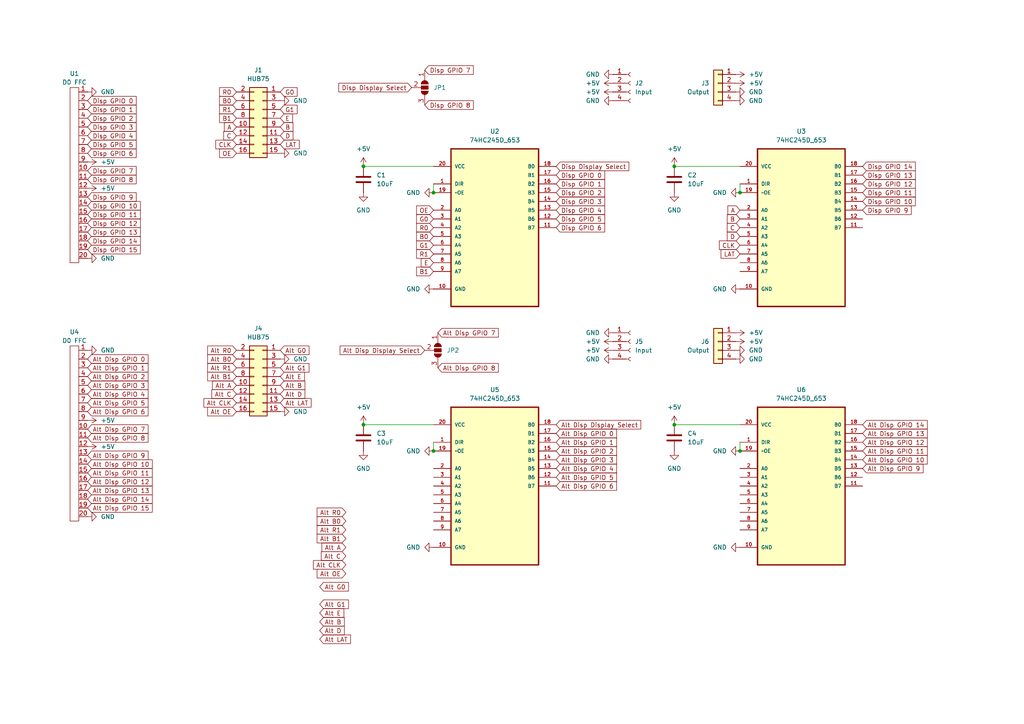
<source format=kicad_sch>
(kicad_sch (version 20250114) (generator "eeschema") (generator_version "9.0")
  (paper "A4")
  (lib_symbols
    (symbol "74HC245:74HC245D_653" (pin_names (offset 1.016))
      (property "Reference" "U" (at -5.2668 23.0009 0))
      (property "Value" "74HC245D_653" (at -3.5598 -29.597 0))
      (symbol "74HC245D_653_0_0"
        (rectangle (start -12.7 -25.4) (end 12.7 20.32) (stroke (width 0.4064)) (fill (type background)))
        (pin power_in line (at -17.78 15.24 0) (length 5.08) (name "VCC") (number "20"))
        (pin input line (at -17.78 10.16 0) (length 5.08) (name "DIR") (number "1"))
        (pin input line (at -17.78 7.62 0) (length 5.08) (name "~OE") (number "19"))
        (pin bidirectional line (at -17.78 2.54 0) (length 5.08) (name "A0") (number "2"))
        (pin bidirectional line (at -17.78 0 0) (length 5.08) (name "A1") (number "3"))
        (pin bidirectional line (at -17.78 -2.54 0) (length 5.08) (name "A2") (number "4"))
        (pin bidirectional line (at -17.78 -5.08 0) (length 5.08) (name "A3") (number "5"))
        (pin bidirectional line (at -17.78 -7.62 0) (length 5.08) (name "A4") (number "6"))
        (pin bidirectional line (at -17.78 -10.16 0) (length 5.08) (name "A5") (number "7"))
        (pin bidirectional line (at -17.78 -12.7 0) (length 5.08) (name "A6") (number "8"))
        (pin bidirectional line (at -17.78 -15.24 0) (length 5.08) (name "A7") (number "9"))
        (pin passive line (at -17.78 -20.32 0) (length 5.08) (name "GND") (number "10"))
        (pin bidirectional line (at 17.78 15.24 180) (length 5.08) (name "B0") (number "18"))
        (pin bidirectional line (at 17.78 12.7 180) (length 5.08) (name "B1") (number "17"))
        (pin bidirectional line (at 17.78 10.16 180) (length 5.08) (name "B2") (number "16"))
        (pin bidirectional line (at 17.78 7.62 180) (length 5.08) (name "B3") (number "15"))
        (pin bidirectional line (at 17.78 5.08 180) (length 5.08) (name "B4") (number "14"))
        (pin bidirectional line (at 17.78 2.54 180) (length 5.08) (name "B5") (number "13"))
        (pin bidirectional line (at 17.78 0 180) (length 5.08) (name "B6") (number "12"))
        (pin bidirectional line (at 17.78 -2.54 180) (length 5.08) (name "B7") (number "11"))
      )
    )
    (symbol "Connector:Conn_01x04_Socket" (pin_names (offset 1.016) (hide yes))
      (property "Reference" "J" (at 0 5.08 0))
      (property "Value" "Conn_01x04_Socket" (at 0 -7.62 0))
      (symbol "Conn_01x04_Socket_1_1"
        (polyline (pts (xy -1.27 2.54) (xy -0.508 2.54)) (stroke (width 0.1524)))
        (polyline (pts (xy -1.27 0) (xy -0.508 0)) (stroke (width 0.1524)))
        (polyline (pts (xy -1.27 -2.54) (xy -0.508 -2.54)) (stroke (width 0.1524)))
        (polyline (pts (xy -1.27 -5.08) (xy -0.508 -5.08)) (stroke (width 0.1524)))
        (arc (start 0 2.032) (mid -0.5058 2.54) (end 0 3.048) (stroke (width 0.1524)))
        (arc (start 0 -0.508) (mid -0.5058 0) (end 0 0.508) (stroke (width 0.1524)))
        (arc (start 0 -3.048) (mid -0.5058 -2.54) (end 0 -2.032) (stroke (width 0.1524)))
        (arc (start 0 -5.588) (mid -0.5058 -5.08) (end 0 -4.572) (stroke (width 0.1524)))
        (pin passive line (at -5.08 2.54 0) (length 3.81) (name "Pin_1") (number "1"))
        (pin passive line (at -5.08 0 0) (length 3.81) (name "Pin_2") (number "2"))
        (pin passive line (at -5.08 -2.54 0) (length 3.81) (name "Pin_3") (number "3"))
        (pin passive line (at -5.08 -5.08 0) (length 3.81) (name "Pin_4") (number "4"))
      )
    )
    (symbol "Connector_Generic:Conn_01x04" (pin_names (offset 1.016) (hide yes))
      (property "Reference" "J" (at 0 5.08 0))
      (property "Value" "Conn_01x04" (at 0 -7.62 0))
      (symbol "Conn_01x04_1_1"
        (rectangle (start -1.27 3.81) (end 1.27 -6.35) (stroke (width 0.254)) (fill (type background)))
        (rectangle (start -1.27 2.667) (end 0 2.413) (stroke (width 0.1524)))
        (rectangle (start -1.27 0.127) (end 0 -0.127) (stroke (width 0.1524)))
        (rectangle (start -1.27 -2.413) (end 0 -2.667) (stroke (width 0.1524)))
        (rectangle (start -1.27 -4.953) (end 0 -5.207) (stroke (width 0.1524)))
        (pin passive line (at -5.08 2.54 0) (length 3.81) (name "Pin_1") (number "1"))
        (pin passive line (at -5.08 0 0) (length 3.81) (name "Pin_2") (number "2"))
        (pin passive line (at -5.08 -2.54 0) (length 3.81) (name "Pin_3") (number "3"))
        (pin passive line (at -5.08 -5.08 0) (length 3.81) (name "Pin_4") (number "4"))
      )
    )
    (symbol "Connector_Generic:Conn_02x08_Odd_Even" (pin_names (offset 1.016) (hide yes))
      (property "Reference" "J" (at 1.27 10.16 0))
      (property "Value" "Conn_02x08_Odd_Even" (at 1.27 -12.7 0))
      (symbol "Conn_02x08_Odd_Even_1_1"
        (rectangle (start -1.27 8.89) (end 3.81 -11.43) (stroke (width 0.254)) (fill (type background)))
        (rectangle (start -1.27 7.747) (end 0 7.493) (stroke (width 0.1524)))
        (rectangle (start -1.27 5.207) (end 0 4.953) (stroke (width 0.1524)))
        (rectangle (start -1.27 2.667) (end 0 2.413) (stroke (width 0.1524)))
        (rectangle (start -1.27 0.127) (end 0 -0.127) (stroke (width 0.1524)))
        (rectangle (start -1.27 -2.413) (end 0 -2.667) (stroke (width 0.1524)))
        (rectangle (start -1.27 -4.953) (end 0 -5.207) (stroke (width 0.1524)))
        (rectangle (start -1.27 -7.493) (end 0 -7.747) (stroke (width 0.1524)))
        (rectangle (start -1.27 -10.033) (end 0 -10.287) (stroke (width 0.1524)))
        (rectangle (start 3.81 7.747) (end 2.54 7.493) (stroke (width 0.1524)))
        (rectangle (start 3.81 5.207) (end 2.54 4.953) (stroke (width 0.1524)))
        (rectangle (start 3.81 2.667) (end 2.54 2.413) (stroke (width 0.1524)))
        (rectangle (start 3.81 0.127) (end 2.54 -0.127) (stroke (width 0.1524)))
        (rectangle (start 3.81 -2.413) (end 2.54 -2.667) (stroke (width 0.1524)))
        (rectangle (start 3.81 -4.953) (end 2.54 -5.207) (stroke (width 0.1524)))
        (rectangle (start 3.81 -7.493) (end 2.54 -7.747) (stroke (width 0.1524)))
        (rectangle (start 3.81 -10.033) (end 2.54 -10.287) (stroke (width 0.1524)))
        (pin passive line (at -5.08 7.62 0) (length 3.81) (name "Pin_1") (number "1"))
        (pin passive line (at -5.08 5.08 0) (length 3.81) (name "Pin_3") (number "3"))
        (pin passive line (at -5.08 2.54 0) (length 3.81) (name "Pin_5") (number "5"))
        (pin passive line (at -5.08 0 0) (length 3.81) (name "Pin_7") (number "7"))
        (pin passive line (at -5.08 -2.54 0) (length 3.81) (name "Pin_9") (number "9"))
        (pin passive line (at -5.08 -5.08 0) (length 3.81) (name "Pin_11") (number "11"))
        (pin passive line (at -5.08 -7.62 0) (length 3.81) (name "Pin_13") (number "13"))
        (pin passive line (at -5.08 -10.16 0) (length 3.81) (name "Pin_15") (number "15"))
        (pin passive line (at 7.62 7.62 180) (length 3.81) (name "Pin_2") (number "2"))
        (pin passive line (at 7.62 5.08 180) (length 3.81) (name "Pin_4") (number "4"))
        (pin passive line (at 7.62 2.54 180) (length 3.81) (name "Pin_6") (number "6"))
        (pin passive line (at 7.62 0 180) (length 3.81) (name "Pin_8") (number "8"))
        (pin passive line (at 7.62 -2.54 180) (length 3.81) (name "Pin_10") (number "10"))
        (pin passive line (at 7.62 -5.08 180) (length 3.81) (name "Pin_12") (number "12"))
        (pin passive line (at 7.62 -7.62 180) (length 3.81) (name "Pin_14") (number "14"))
        (pin passive line (at 7.62 -10.16 180) (length 3.81) (name "Pin_16") (number "16"))
      )
    )
    (symbol "Device:C" (pin_numbers (hide yes)) (pin_names (offset 0.254))
      (property "Reference" "C" (at 0.635 2.54 0))
      (property "Value" "C" (at 0.635 -2.54 0))
      (symbol "C_0_1"
        (polyline (pts (xy -2.032 0.762) (xy 2.032 0.762)) (stroke (width 0.508)))
        (polyline (pts (xy -2.032 -0.762) (xy 2.032 -0.762)) (stroke (width 0.508)))
      )
      (symbol "C_1_1"
        (pin passive line (at 0 3.81 270) (length 2.794) (name "~") (number "1"))
        (pin passive line (at 0 -3.81 90) (length 2.794) (name "~") (number "2"))
      )
    )
    (symbol "FFC:FFC-20"
      (property "Reference" "U" (at 0 26.924 0))
      (symbol "FFC-20_0_1"
        (rectangle (start -1.27 25.4) (end 1.27 -25.4))
      )
      (symbol "FFC-20_1_1"
        (pin input line (at 3.81 24.13 180) (length 2.54) (name "") (number "1"))
        (pin input line (at 3.81 21.59 180) (length 2.54) (name "") (number "2"))
        (pin input line (at 3.81 19.05 180) (length 2.54) (name "") (number "3"))
        (pin input line (at 3.81 16.51 180) (length 2.54) (name "") (number "4"))
        (pin input line (at 3.81 13.97 180) (length 2.54) (name "") (number "5"))
        (pin input line (at 3.81 11.43 180) (length 2.54) (name "") (number "6"))
        (pin input line (at 3.81 8.89 180) (length 2.54) (name "") (number "7"))
        (pin input line (at 3.81 6.35 180) (length 2.54) (name "") (number "8"))
        (pin input line (at 3.81 3.81 180) (length 2.54) (name "") (number "9"))
        (pin input line (at 3.81 1.27 180) (length 2.54) (name "") (number "10"))
        (pin input line (at 3.81 -1.27 180) (length 2.54) (name "") (number "11"))
        (pin input line (at 3.81 -3.81 180) (length 2.54) (name "") (number "12"))
        (pin input line (at 3.81 -6.35 180) (length 2.54) (name "") (number "13"))
        (pin input line (at 3.81 -8.89 180) (length 2.54) (name "") (number "14"))
        (pin input line (at 3.81 -11.43 180) (length 2.54) (name "") (number "15"))
        (pin input line (at 3.81 -13.97 180) (length 2.54) (name "") (number "16"))
        (pin input line (at 3.81 -16.51 180) (length 2.54) (name "") (number "17"))
        (pin input line (at 3.81 -19.05 180) (length 2.54) (name "") (number "18"))
        (pin input line (at 3.81 -21.59 180) (length 2.54) (name "") (number "19"))
        (pin input line (at 3.81 -24.13 180) (length 2.54) (name "") (number "20"))
      )
    )
    (symbol "Jumper:SolderJumper_3_Open" (pin_names (offset 0) (hide yes)) (in_bom no)
      (property "Reference" "JP" (at -2.54 -2.54 0))
      (property "Value" "SolderJumper_3_Open" (at 0 2.794 0))
      (symbol "SolderJumper_3_Open_0_1"
        (polyline (pts (xy -2.54 0) (xy -2.032 0)))
        (polyline (pts (xy -1.016 1.016) (xy -1.016 -1.016)))
        (arc (start -1.016 -1.016) (mid -2.0276 0) (end -1.016 1.016))
        (arc (start -1.016 -1.016) (mid -2.0276 0) (end -1.016 1.016) (fill (type outline)))
        (rectangle (start -0.508 1.016) (end 0.508 -1.016) (fill (type outline)))
        (polyline (pts (xy 0 -1.27) (xy 0 -1.016)))
        (arc (start 1.016 1.016) (mid 2.0276 0) (end 1.016 -1.016))
        (arc (start 1.016 1.016) (mid 2.0276 0) (end 1.016 -1.016) (fill (type outline)))
        (polyline (pts (xy 1.016 1.016) (xy 1.016 -1.016)))
        (polyline (pts (xy 2.54 0) (xy 2.032 0)))
      )
      (symbol "SolderJumper_3_Open_1_1"
        (pin passive line (at -5.08 0 0) (length 2.54) (name "A") (number "1"))
        (pin passive line (at 0 -3.81 90) (length 2.54) (name "C") (number "2"))
        (pin passive line (at 5.08 0 180) (length 2.54) (name "B") (number "3"))
      )
    )
    (symbol "power:+5V" (power) (pin_numbers (hide yes)) (pin_names (offset 0) (hide yes))
      (property "Value" "+5V" (at 0 3.556 0))
      (symbol "+5V_0_1"
        (polyline (pts (xy -0.762 1.27) (xy 0 2.54)))
        (polyline (pts (xy 0 2.54) (xy 0.762 1.27)))
        (polyline (pts (xy 0 0) (xy 0 2.54)))
      )
      (symbol "+5V_1_1"
        (pin power_in line (at 0 0 90) (length 0) (name "~") (number "1"))
      )
    )
    (symbol "power:GND" (power) (pin_numbers (hide yes)) (pin_names (offset 0) (hide yes))
      (property "Value" "GND" (at 0 -3.81 0))
      (symbol "GND_0_1"
        (polyline (pts (xy 0 0) (xy 0 -1.27) (xy 1.27 -1.27) (xy 0 -2.54) (xy -1.27 -1.27) (xy 0 -1.27)))
      )
      (symbol "GND_1_1"
        (pin power_in line (at 0 0 270) (length 0) (name "~") (number "1"))
      )
    )
  )
  (junction (at 125.73 130.81))
  (junction (at 195.58 123.19))
  (junction (at 105.41 123.19))
  (junction (at 214.63 130.81))
  (junction (at 105.41 48.26))
  (junction (at 125.73 55.88))
  (junction (at 195.58 48.26))
  (junction (at 214.63 55.88))
  (wire (pts (xy 195.58 123.19) (xy 214.63 123.19)))
  (wire (pts (xy 105.41 123.19) (xy 125.73 123.19)))
  (wire (pts (xy 214.63 53.34) (xy 214.63 55.88)))
  (wire (pts (xy 195.58 48.26) (xy 214.63 48.26)))
  (wire (pts (xy 125.73 128.27) (xy 125.73 130.81)))
  (wire (pts (xy 125.73 53.34) (xy 125.73 55.88)))
  (wire (pts (xy 105.41 48.26) (xy 125.73 48.26)))
  (wire (pts (xy 214.63 128.27) (xy 214.63 130.81)))
  (global_label "Alt R1" (shape input) (at 100.33 153.67 180) (property "Intersheetrefs" "${INTERSHEET_REFS}" (effects (hide yes))))
  (global_label "Alt Disp GPIO 9" (shape input) (at 250.19 135.89 0) (property "Intersheetrefs" "${INTERSHEET_REFS}" (effects (hide yes))))
  (global_label "Alt Disp GPIO 5" (shape input) (at 161.29 138.43 0) (property "Intersheetrefs" "${INTERSHEET_REFS}" (effects (hide yes))))
  (global_label "Disp GPIO 1" (shape input) (at 25.4 31.75 0) (property "Intersheetrefs" "${INTERSHEET_REFS}" (effects (hide yes))))
  (global_label "Alt Disp GPIO 4" (shape input) (at 161.29 135.89 0) (property "Intersheetrefs" "${INTERSHEET_REFS}" (effects (hide yes))))
  (global_label "G1" (shape input) (at 81.28 31.75 0) (property "Intersheetrefs" "${INTERSHEET_REFS}" (effects (hide yes))))
  (global_label "Alt G0" (shape input) (at 92.71 170.18 0) (property "Intersheetrefs" "${INTERSHEET_REFS}" (effects (hide yes))))
  (global_label "Alt Disp GPIO 7" (shape input) (at 25.4 124.46 0) (property "Intersheetrefs" "${INTERSHEET_REFS}" (effects (hide yes))))
  (global_label "Alt Disp GPIO 7" (shape input) (at 127 96.52 0) (property "Intersheetrefs" "${INTERSHEET_REFS}" (effects (hide yes))))
  (global_label "Disp GPIO 13" (shape input) (at 250.19 50.8 0) (property "Intersheetrefs" "${INTERSHEET_REFS}" (effects (hide yes))))
  (global_label "Alt A" (shape input) (at 68.58 111.76 180) (property "Intersheetrefs" "${INTERSHEET_REFS}" (effects (hide yes))))
  (global_label "Alt Disp GPIO 4" (shape input) (at 25.4 114.3 0) (property "Intersheetrefs" "${INTERSHEET_REFS}" (effects (hide yes))))
  (global_label "C" (shape input) (at 68.58 39.37 180) (property "Intersheetrefs" "${INTERSHEET_REFS}" (effects (hide yes))))
  (global_label "Alt B0" (shape input) (at 68.58 104.14 180) (property "Intersheetrefs" "${INTERSHEET_REFS}" (effects (hide yes))))
  (global_label "Alt Disp GPIO 10" (shape input) (at 250.19 133.35 0) (property "Intersheetrefs" "${INTERSHEET_REFS}" (effects (hide yes))))
  (global_label "Alt Disp GPIO 1" (shape input) (at 25.4 106.68 0) (property "Intersheetrefs" "${INTERSHEET_REFS}" (effects (hide yes))))
  (global_label "Disp GPIO 6" (shape input) (at 25.4 44.45 0) (property "Intersheetrefs" "${INTERSHEET_REFS}" (effects (hide yes))))
  (global_label "OE" (shape input) (at 68.58 44.45 180) (property "Intersheetrefs" "${INTERSHEET_REFS}" (effects (hide yes))))
  (global_label "Alt E" (shape input) (at 81.28 109.22 0) (property "Intersheetrefs" "${INTERSHEET_REFS}" (effects (hide yes))))
  (global_label "Alt C" (shape input) (at 68.58 114.3 180) (property "Intersheetrefs" "${INTERSHEET_REFS}" (effects (hide yes))))
  (global_label "Alt CLK" (shape input) (at 100.33 163.83 180) (property "Intersheetrefs" "${INTERSHEET_REFS}" (effects (hide yes))))
  (global_label "Alt Disp GPIO 13" (shape input) (at 250.19 125.73 0) (property "Intersheetrefs" "${INTERSHEET_REFS}" (effects (hide yes))))
  (global_label "B" (shape input) (at 81.28 36.83 0) (property "Intersheetrefs" "${INTERSHEET_REFS}" (effects (hide yes))))
  (global_label "Alt G1" (shape input) (at 92.71 175.26 0) (property "Intersheetrefs" "${INTERSHEET_REFS}" (effects (hide yes))))
  (global_label "LAT" (shape input) (at 81.28 41.91 0) (property "Intersheetrefs" "${INTERSHEET_REFS}" (effects (hide yes))))
  (global_label "Disp GPIO 3" (shape input) (at 161.29 58.42 0) (property "Intersheetrefs" "${INTERSHEET_REFS}" (effects (hide yes))))
  (global_label "Alt B0" (shape input) (at 100.33 151.13 180) (property "Intersheetrefs" "${INTERSHEET_REFS}" (effects (hide yes))))
  (global_label "Alt C" (shape input) (at 100.33 161.29 180) (property "Intersheetrefs" "${INTERSHEET_REFS}" (effects (hide yes))))
  (global_label "D" (shape input) (at 81.28 39.37 0) (property "Intersheetrefs" "${INTERSHEET_REFS}" (effects (hide yes))))
  (global_label "Alt LAT" (shape input) (at 81.28 116.84 0) (property "Intersheetrefs" "${INTERSHEET_REFS}" (effects (hide yes))))
  (global_label "Disp GPIO 6" (shape input) (at 161.29 66.04 0) (property "Intersheetrefs" "${INTERSHEET_REFS}" (effects (hide yes))))
  (global_label "Disp GPIO 1" (shape input) (at 161.29 53.34 0) (property "Intersheetrefs" "${INTERSHEET_REFS}" (effects (hide yes))))
  (global_label "Alt Disp GPIO 12" (shape input) (at 25.4 139.7 0) (property "Intersheetrefs" "${INTERSHEET_REFS}" (effects (hide yes))))
  (global_label "Alt Disp GPIO 14" (shape input) (at 250.19 123.19 0) (property "Intersheetrefs" "${INTERSHEET_REFS}" (effects (hide yes))))
  (global_label "Disp Display Select" (shape input) (at 119.38 25.4 180) (property "Intersheetrefs" "${INTERSHEET_REFS}" (effects (hide yes))))
  (global_label "Alt D" (shape input) (at 81.28 114.3 0) (property "Intersheetrefs" "${INTERSHEET_REFS}" (effects (hide yes))))
  (global_label "G0" (shape input) (at 125.73 63.5 180) (property "Intersheetrefs" "${INTERSHEET_REFS}" (effects (hide yes))))
  (global_label "Disp GPIO 0" (shape input) (at 161.29 50.8 0) (property "Intersheetrefs" "${INTERSHEET_REFS}" (effects (hide yes))))
  (global_label "Alt E" (shape input) (at 92.71 177.8 0) (property "Intersheetrefs" "${INTERSHEET_REFS}" (effects (hide yes))))
  (global_label "E" (shape input) (at 125.73 76.2 180) (property "Intersheetrefs" "${INTERSHEET_REFS}" (effects (hide yes))))
  (global_label "Disp GPIO 7" (shape input) (at 25.4 49.53 0) (property "Intersheetrefs" "${INTERSHEET_REFS}" (effects (hide yes))))
  (global_label "Alt B" (shape input) (at 92.71 180.34 0) (property "Intersheetrefs" "${INTERSHEET_REFS}" (effects (hide yes))))
  (global_label "Disp GPIO 12" (shape input) (at 250.19 53.34 0) (property "Intersheetrefs" "${INTERSHEET_REFS}" (effects (hide yes))))
  (global_label "Disp GPIO 8" (shape input) (at 123.19 30.48 0) (property "Intersheetrefs" "${INTERSHEET_REFS}" (effects (hide yes))))
  (global_label "Alt Disp Display Select" (shape input) (at 123.19 101.6 180) (property "Intersheetrefs" "${INTERSHEET_REFS}" (effects (hide yes))))
  (global_label "Alt Disp GPIO 2" (shape input) (at 25.4 109.22 0) (property "Intersheetrefs" "${INTERSHEET_REFS}" (effects (hide yes))))
  (global_label "R0" (shape input) (at 125.73 66.04 180) (property "Intersheetrefs" "${INTERSHEET_REFS}" (effects (hide yes))))
  (global_label "Disp GPIO 8" (shape input) (at 25.4 52.07 0) (property "Intersheetrefs" "${INTERSHEET_REFS}" (effects (hide yes))))
  (global_label "Alt Disp GPIO 8" (shape input) (at 25.4 127 0) (property "Intersheetrefs" "${INTERSHEET_REFS}" (effects (hide yes))))
  (global_label "CLK" (shape input) (at 214.63 71.12 180) (property "Intersheetrefs" "${INTERSHEET_REFS}" (effects (hide yes))))
  (global_label "Alt Disp GPIO 2" (shape input) (at 161.29 130.81 0) (property "Intersheetrefs" "${INTERSHEET_REFS}" (effects (hide yes))))
  (global_label "Alt R1" (shape input) (at 68.58 106.68 180) (property "Intersheetrefs" "${INTERSHEET_REFS}" (effects (hide yes))))
  (global_label "Alt Disp GPIO 6" (shape input) (at 25.4 119.38 0) (property "Intersheetrefs" "${INTERSHEET_REFS}" (effects (hide yes))))
  (global_label "Disp GPIO 14" (shape input) (at 25.4 69.85 0) (property "Intersheetrefs" "${INTERSHEET_REFS}" (effects (hide yes))))
  (global_label "Alt Disp GPIO 3" (shape input) (at 25.4 111.76 0) (property "Intersheetrefs" "${INTERSHEET_REFS}" (effects (hide yes))))
  (global_label "Disp GPIO 7" (shape input) (at 123.19 20.32 0) (property "Intersheetrefs" "${INTERSHEET_REFS}" (effects (hide yes))))
  (global_label "B1" (shape input) (at 68.58 34.29 180) (property "Intersheetrefs" "${INTERSHEET_REFS}" (effects (hide yes))))
  (global_label "Disp GPIO 9" (shape input) (at 250.19 60.96 0) (property "Intersheetrefs" "${INTERSHEET_REFS}" (effects (hide yes))))
  (global_label "Alt Disp GPIO 6" (shape input) (at 161.29 140.97 0) (property "Intersheetrefs" "${INTERSHEET_REFS}" (effects (hide yes))))
  (global_label "Alt R0" (shape input) (at 68.58 101.6 180) (property "Intersheetrefs" "${INTERSHEET_REFS}" (effects (hide yes))))
  (global_label "Alt D" (shape input) (at 92.71 182.88 0) (property "Intersheetrefs" "${INTERSHEET_REFS}" (effects (hide yes))))
  (global_label "C" (shape input) (at 214.63 66.04 180) (property "Intersheetrefs" "${INTERSHEET_REFS}" (effects (hide yes))))
  (global_label "Alt G1" (shape input) (at 81.28 106.68 0) (property "Intersheetrefs" "${INTERSHEET_REFS}" (effects (hide yes))))
  (global_label "Alt G0" (shape input) (at 81.28 101.6 0) (property "Intersheetrefs" "${INTERSHEET_REFS}" (effects (hide yes))))
  (global_label "Alt Disp GPIO 3" (shape input) (at 161.29 133.35 0) (property "Intersheetrefs" "${INTERSHEET_REFS}" (effects (hide yes))))
  (global_label "Alt Disp GPIO 15" (shape input) (at 25.4 147.32 0) (property "Intersheetrefs" "${INTERSHEET_REFS}" (effects (hide yes))))
  (global_label "Alt CLK" (shape input) (at 68.58 116.84 180) (property "Intersheetrefs" "${INTERSHEET_REFS}" (effects (hide yes))))
  (global_label "Disp GPIO 2" (shape input) (at 25.4 34.29 0) (property "Intersheetrefs" "${INTERSHEET_REFS}" (effects (hide yes))))
  (global_label "Disp Display Select" (shape input) (at 161.29 48.26 0) (property "Intersheetrefs" "${INTERSHEET_REFS}" (effects (hide yes))))
  (global_label "R0" (shape input) (at 68.58 26.67 180) (property "Intersheetrefs" "${INTERSHEET_REFS}" (effects (hide yes))))
  (global_label "Disp GPIO 5" (shape input) (at 25.4 41.91 0) (property "Intersheetrefs" "${INTERSHEET_REFS}" (effects (hide yes))))
  (global_label "Alt Disp GPIO 8" (shape input) (at 127 106.68 0) (property "Intersheetrefs" "${INTERSHEET_REFS}" (effects (hide yes))))
  (global_label "Disp GPIO 5" (shape input) (at 161.29 63.5 0) (property "Intersheetrefs" "${INTERSHEET_REFS}" (effects (hide yes))))
  (global_label "Disp GPIO 12" (shape input) (at 25.4 64.77 0) (property "Intersheetrefs" "${INTERSHEET_REFS}" (effects (hide yes))))
  (global_label "B1" (shape input) (at 125.73 78.74 180) (property "Intersheetrefs" "${INTERSHEET_REFS}" (effects (hide yes))))
  (global_label "Alt R0" (shape input) (at 100.33 148.59 180) (property "Intersheetrefs" "${INTERSHEET_REFS}" (effects (hide yes))))
  (global_label "Disp GPIO 10" (shape input) (at 25.4 59.69 0) (property "Intersheetrefs" "${INTERSHEET_REFS}" (effects (hide yes))))
  (global_label "Disp GPIO 4" (shape input) (at 25.4 39.37 0) (property "Intersheetrefs" "${INTERSHEET_REFS}" (effects (hide yes))))
  (global_label "Alt Disp GPIO 5" (shape input) (at 25.4 116.84 0) (property "Intersheetrefs" "${INTERSHEET_REFS}" (effects (hide yes))))
  (global_label "Disp GPIO 11" (shape input) (at 25.4 62.23 0) (property "Intersheetrefs" "${INTERSHEET_REFS}" (effects (hide yes))))
  (global_label "Alt LAT" (shape input) (at 92.71 185.42 0) (property "Intersheetrefs" "${INTERSHEET_REFS}" (effects (hide yes))))
  (global_label "Alt OE" (shape input) (at 68.58 119.38 180) (property "Intersheetrefs" "${INTERSHEET_REFS}" (effects (hide yes))))
  (global_label "Alt Disp GPIO 1" (shape input) (at 161.29 128.27 0) (property "Intersheetrefs" "${INTERSHEET_REFS}" (effects (hide yes))))
  (global_label "Disp GPIO 3" (shape input) (at 25.4 36.83 0) (property "Intersheetrefs" "${INTERSHEET_REFS}" (effects (hide yes))))
  (global_label "Alt Disp GPIO 11" (shape input) (at 25.4 137.16 0) (property "Intersheetrefs" "${INTERSHEET_REFS}" (effects (hide yes))))
  (global_label "D" (shape input) (at 214.63 68.58 180) (property "Intersheetrefs" "${INTERSHEET_REFS}" (effects (hide yes))))
  (global_label "LAT" (shape input) (at 214.63 73.66 180) (property "Intersheetrefs" "${INTERSHEET_REFS}" (effects (hide yes))))
  (global_label "G0" (shape input) (at 81.28 26.67 0) (property "Intersheetrefs" "${INTERSHEET_REFS}" (effects (hide yes))))
  (global_label "Alt B1" (shape input) (at 100.33 156.21 180) (property "Intersheetrefs" "${INTERSHEET_REFS}" (effects (hide yes))))
  (global_label "Alt Disp GPIO 12" (shape input) (at 250.19 128.27 0) (property "Intersheetrefs" "${INTERSHEET_REFS}" (effects (hide yes))))
  (global_label "CLK" (shape input) (at 68.58 41.91 180) (property "Intersheetrefs" "${INTERSHEET_REFS}" (effects (hide yes))))
  (global_label "Alt Disp Display Select" (shape input) (at 161.29 123.19 0) (property "Intersheetrefs" "${INTERSHEET_REFS}" (effects (hide yes))))
  (global_label "B" (shape input) (at 214.63 63.5 180) (property "Intersheetrefs" "${INTERSHEET_REFS}" (effects (hide yes))))
  (global_label "A" (shape input) (at 214.63 60.96 180) (property "Intersheetrefs" "${INTERSHEET_REFS}" (effects (hide yes))))
  (global_label "Disp GPIO 4" (shape input) (at 161.29 60.96 0) (property "Intersheetrefs" "${INTERSHEET_REFS}" (effects (hide yes))))
  (global_label "Alt Disp GPIO 13" (shape input) (at 25.4 142.24 0) (property "Intersheetrefs" "${INTERSHEET_REFS}" (effects (hide yes))))
  (global_label "Disp GPIO 0" (shape input) (at 25.4 29.21 0) (property "Intersheetrefs" "${INTERSHEET_REFS}" (effects (hide yes))))
  (global_label "Disp GPIO 15" (shape input) (at 25.4 72.39 0) (property "Intersheetrefs" "${INTERSHEET_REFS}" (effects (hide yes))))
  (global_label "Alt Disp GPIO 10" (shape input) (at 25.4 134.62 0) (property "Intersheetrefs" "${INTERSHEET_REFS}" (effects (hide yes))))
  (global_label "Disp GPIO 11" (shape input) (at 250.19 55.88 0) (property "Intersheetrefs" "${INTERSHEET_REFS}" (effects (hide yes))))
  (global_label "Alt OE" (shape input) (at 100.33 166.37 180) (property "Intersheetrefs" "${INTERSHEET_REFS}" (effects (hide yes))))
  (global_label "E" (shape input) (at 81.28 34.29 0) (property "Intersheetrefs" "${INTERSHEET_REFS}" (effects (hide yes))))
  (global_label "Alt Disp GPIO 0" (shape input) (at 25.4 104.14 0) (property "Intersheetrefs" "${INTERSHEET_REFS}" (effects (hide yes))))
  (global_label "Alt Disp GPIO 14" (shape input) (at 25.4 144.78 0) (property "Intersheetrefs" "${INTERSHEET_REFS}" (effects (hide yes))))
  (global_label "R1" (shape input) (at 125.73 73.66 180) (property "Intersheetrefs" "${INTERSHEET_REFS}" (effects (hide yes))))
  (global_label "Alt Disp GPIO 9" (shape input) (at 25.4 132.08 0) (property "Intersheetrefs" "${INTERSHEET_REFS}" (effects (hide yes))))
  (global_label "Alt A" (shape input) (at 100.33 158.75 180) (property "Intersheetrefs" "${INTERSHEET_REFS}" (effects (hide yes))))
  (global_label "R1" (shape input) (at 68.58 31.75 180) (property "Intersheetrefs" "${INTERSHEET_REFS}" (effects (hide yes))))
  (global_label "OE" (shape input) (at 125.73 60.96 180) (property "Intersheetrefs" "${INTERSHEET_REFS}" (effects (hide yes))))
  (global_label "Disp GPIO 10" (shape input) (at 250.19 58.42 0) (property "Intersheetrefs" "${INTERSHEET_REFS}" (effects (hide yes))))
  (global_label "B0" (shape input) (at 68.58 29.21 180) (property "Intersheetrefs" "${INTERSHEET_REFS}" (effects (hide yes))))
  (global_label "Disp GPIO 13" (shape input) (at 25.4 67.31 0) (property "Intersheetrefs" "${INTERSHEET_REFS}" (effects (hide yes))))
  (global_label "Alt Disp GPIO 11" (shape input) (at 250.19 130.81 0) (property "Intersheetrefs" "${INTERSHEET_REFS}" (effects (hide yes))))
  (global_label "Alt B1" (shape input) (at 68.58 109.22 180) (property "Intersheetrefs" "${INTERSHEET_REFS}" (effects (hide yes))))
  (global_label "Disp GPIO 14" (shape input) (at 250.19 48.26 0) (property "Intersheetrefs" "${INTERSHEET_REFS}" (effects (hide yes))))
  (global_label "G1" (shape input) (at 125.73 71.12 180) (property "Intersheetrefs" "${INTERSHEET_REFS}" (effects (hide yes))))
  (global_label "Alt B" (shape input) (at 81.28 111.76 0) (property "Intersheetrefs" "${INTERSHEET_REFS}" (effects (hide yes))))
  (global_label "Alt Disp GPIO 0" (shape input) (at 161.29 125.73 0) (property "Intersheetrefs" "${INTERSHEET_REFS}" (effects (hide yes))))
  (global_label "Disp GPIO 2" (shape input) (at 161.29 55.88 0) (property "Intersheetrefs" "${INTERSHEET_REFS}" (effects (hide yes))))
  (global_label "A" (shape input) (at 68.58 36.83 180) (property "Intersheetrefs" "${INTERSHEET_REFS}" (effects (hide yes))))
  (global_label "Disp GPIO 9" (shape input) (at 25.4 57.15 0) (property "Intersheetrefs" "${INTERSHEET_REFS}" (effects (hide yes))))
  (global_label "B0" (shape input) (at 125.73 68.58 180) (property "Intersheetrefs" "${INTERSHEET_REFS}" (effects (hide yes))))
  (symbol (lib_id "power:GND") (at 177.8 29.21 270) (unit 1)
    (property "Reference" "#PWR018" (effects (hide yes)))
    (property "Value" "GND" (at 173.99 29.2099 90) (effects (justify right)))
    (property "Description" "Power symbol creates a global label with name \"GND\" , ground" (effects (hide yes)))
  )
  (symbol (lib_id "power:GND") (at 195.58 55.88 0) (unit 1)
    (property "Reference" "#PWR012" (effects (hide yes)))
    (property "Value" "GND" (at 195.58 60.96 0))
    (property "Description" "Power symbol creates a global label with name \"GND\" , ground" (effects (hide yes)))
  )
  (symbol (lib_id "power:GND") (at 81.28 104.14 90) (unit 1)
    (property "Reference" "#PWR027" (effects (hide yes)))
    (property "Value" "GND" (at 85.09 104.1399 90) (effects (justify right)))
    (property "Description" "Power symbol creates a global label with name \"GND\" , ground" (effects (hide yes)))
  )
  (symbol (lib_id "power:GND") (at 195.58 130.81 0) (unit 1)
    (property "Reference" "#PWR038" (effects (hide yes)))
    (property "Value" "GND" (at 195.58 135.89 0))
    (property "Description" "Power symbol creates a global label with name \"GND\" , ground" (effects (hide yes)))
  )
  (symbol (lib_id "power:GND") (at 214.63 55.88 270) (unit 1)
    (property "Reference" "#PWR013" (effects (hide yes)))
    (property "Value" "GND" (at 210.82 55.8799 90) (effects (justify right)))
    (property "Description" "Power symbol creates a global label with name \"GND\" , ground" (effects (hide yes)))
  )
  (symbol (lib_id "FFC:FFC-20") (at 21.59 50.8 0) (unit 1)
    (property "Reference" "U1" (at 21.59 21.336 0))
    (property "Value" "D0 FFC" (at 21.59 23.876 0))
    (property "Footprint" "FFC:FFC 0.8mm 20P" (effects (hide yes)))
  )
  (symbol (lib_id "74HC245:74HC245D_653") (at 232.41 138.43 0) (unit 1)
    (property "Reference" "U6" (at 232.41 113.03 0))
    (property "Value" "74HC245D_653" (at 232.41 115.57 0))
    (property "Footprint" "74HC245D:SOIC127P1032X265-20N" (effects (hide yes)))
    (property "MF" "Nexperia USA" (effects (hide yes)))
    (property "Description_1" "Transceiver, Non-Inverting 1 Element 8 Bit per Element 3-State Output 20-SO" (effects (hide yes)))
    (property "PACKAGE" "SOIC-20" (effects (hide yes)))
    (property "MPN" "74HC245D,653" (effects (hide yes)))
    (property "Price" "None" (effects (hide yes)))
    (property "Package" "SO20-20 Nexperia USA Inc." (effects (hide yes)))
    (property "OC_FARNELL" "1201324" (effects (hide yes)))
    (property "SnapEDA_Link" "https://www.snapeda.com/parts/74HC245D,653/Nexperia/view-part/?ref=snap" (effects (hide yes)))
    (property "MP" "74HC245D,653" (effects (hide yes)))
    (property "SUPPLIER" "NXP" (effects (hide yes)))
    (property "OC_NEWARK" "26M7763" (effects (hide yes)))
    (property "Availability" "In Stock" (effects (hide yes)))
    (property "Check_prices" "https://www.snapeda.com/parts/74HC245D,653/Nexperia/view-part/?ref=eda" (effects (hide yes)))
    (property "LCSC" "C5625" (effects (hide yes)))
  )
  (symbol (lib_id "Device:C") (at 105.41 52.07 0) (unit 1)
    (property "Reference" "C1" (at 109.22 50.7999 0) (effects (justify left)))
    (property "Value" "10uF" (at 109.22 53.3399 0) (effects (justify left)))
    (property "Footprint" "Capacitor_SMD:C_0603_1608Metric_Pad1.08x0.95mm_HandSolder" (effects (hide yes)))
    (property "Description" "Unpolarized capacitor" (effects (hide yes)))
    (property "LCSC" "C95839" (effects (hide yes)))
  )
  (symbol (lib_id "power:GND") (at 25.4 149.86 90) (unit 1)
    (property "Reference" "#PWR026" (effects (hide yes)))
    (property "Value" "GND" (at 29.21 149.8599 90) (effects (justify right)))
    (property "Description" "Power symbol creates a global label with name \"GND\" , ground" (effects (hide yes)))
  )
  (symbol (lib_id "power:GND") (at 81.28 29.21 90) (unit 1)
    (property "Reference" "#PWR06" (effects (hide yes)))
    (property "Value" "GND" (at 85.09 29.2099 90) (effects (justify right)))
    (property "Description" "Power symbol creates a global label with name \"GND\" , ground" (effects (hide yes)))
  )
  (symbol (lib_id "74HC245:74HC245D_653") (at 143.51 138.43 0) (unit 1)
    (property "Reference" "U5" (at 143.51 113.03 0))
    (property "Value" "74HC245D_653" (at 143.51 115.57 0))
    (property "Footprint" "74HC245D:SOIC127P1032X265-20N" (effects (hide yes)))
    (property "MF" "Nexperia USA" (effects (hide yes)))
    (property "Description_1" "Transceiver, Non-Inverting 1 Element 8 Bit per Element 3-State Output 20-SO" (effects (hide yes)))
    (property "PACKAGE" "SOIC-20" (effects (hide yes)))
    (property "MPN" "74HC245D,653" (effects (hide yes)))
    (property "Price" "None" (effects (hide yes)))
    (property "Package" "SO20-20 Nexperia USA Inc." (effects (hide yes)))
    (property "OC_FARNELL" "1201324" (effects (hide yes)))
    (property "SnapEDA_Link" "https://www.snapeda.com/parts/74HC245D,653/Nexperia/view-part/?ref=snap" (effects (hide yes)))
    (property "MP" "74HC245D,653" (effects (hide yes)))
    (property "SUPPLIER" "NXP" (effects (hide yes)))
    (property "OC_NEWARK" "26M7763" (effects (hide yes)))
    (property "Availability" "In Stock" (effects (hide yes)))
    (property "Check_prices" "https://www.snapeda.com/parts/74HC245D,653/Nexperia/view-part/?ref=eda" (effects (hide yes)))
    (property "LCSC" "C5625" (effects (hide yes)))
  )
  (symbol (lib_id "Connector_Generic:Conn_01x04") (at 208.28 99.06 0) (mirror y) (unit 1)
    (property "Reference" "J6" (at 205.74 99.0599 0) (effects (justify left)))
    (property "Value" "Output" (at 205.74 101.5999 0) (effects (justify left)))
    (property "Footprint" "Connector_JST:JST_VH_B4P-VH-B_1x04_P3.96mm_Vertical" (effects (hide yes)))
    (property "Description" "Generic connector, single row, 01x04, script generated (kicad-library-utils/schlib/autogen/connector/)" (effects (hide yes)))
  )
  (symbol (lib_id "Jumper:SolderJumper_3_Open") (at 123.19 25.4 270) (unit 1) (in_bom no)
    (property "Reference" "JP1" (at 125.73 25.3999 90) (effects (justify left)))
    (property "Value" "SolderJumper_3_Open" (effects (hide yes)))
    (property "Footprint" "Jumper:SolderJumper-3_P1.3mm_Open_RoundedPad1.0x1.5mm_NumberLabels" (effects (hide yes)))
    (property "Description" "Solder Jumper, 3-pole, open" (effects (hide yes)))
  )
  (symbol (lib_id "power:+5V") (at 25.4 121.92 270) (unit 1)
    (property "Reference" "#PWR024" (effects (hide yes)))
    (property "Value" "+5V" (at 29.21 121.9199 90) (effects (justify left)))
    (property "Description" "Power symbol creates a global label with name \"+5V\"" (effects (hide yes)))
  )
  (symbol (lib_id "Connector_Generic:Conn_01x04") (at 208.28 24.13 0) (mirror y) (unit 1)
    (property "Reference" "J3" (at 205.74 24.1299 0) (effects (justify left)))
    (property "Value" "Output" (at 205.74 26.6699 0) (effects (justify left)))
    (property "Footprint" "Connector_JST:JST_VH_B4P-VH-B_1x04_P3.96mm_Vertical" (effects (hide yes)))
    (property "Description" "Generic connector, single row, 01x04, script generated (kicad-library-utils/schlib/autogen/connector/)" (effects (hide yes)))
  )
  (symbol (lib_id "Connector_Generic:Conn_02x08_Odd_Even") (at 76.2 109.22 0) (mirror y) (unit 1)
    (property "Reference" "J4" (at 74.93 95.25 0))
    (property "Value" "HUB75" (at 74.93 97.79 0))
    (property "Footprint" "Connector_PinHeader_2.54mm:PinHeader_2x08_P2.54mm_Vertical" (effects (hide yes)))
    (property "Description" "Generic connector, double row, 02x08, odd/even pin numbering scheme (row 1 odd numbers, row 2 even numbers), script generated (kicad-library-utils/schlib/autogen/connector/)" (effects (hide yes)))
    (property "LCSC" "C30734" (effects (hide yes)))
  )
  (symbol (lib_id "power:GND") (at 213.36 26.67 90) (unit 1)
    (property "Reference" "#PWR022" (effects (hide yes)))
    (property "Value" "GND" (at 217.17 26.6701 90) (effects (justify right)))
    (property "Description" "Power symbol creates a global label with name \"GND\" , ground" (effects (hide yes)))
  )
  (symbol (lib_id "power:+5V") (at 177.8 101.6 90) (unit 1)
    (property "Reference" "#PWR035" (effects (hide yes)))
    (property "Value" "+5V" (at 173.99 101.5999 90) (effects (justify left)))
    (property "Description" "Power symbol creates a global label with name \"+5V\"" (effects (hide yes)))
  )
  (symbol (lib_id "74HC245:74HC245D_653") (at 143.51 63.5 0) (unit 1)
    (property "Reference" "U2" (at 143.51 38.1 0))
    (property "Value" "74HC245D_653" (at 143.51 40.64 0))
    (property "Footprint" "74HC245D:SOIC127P1032X265-20N" (effects (hide yes)))
    (property "MF" "Nexperia USA" (effects (hide yes)))
    (property "Description_1" "Transceiver, Non-Inverting 1 Element 8 Bit per Element 3-State Output 20-SO" (effects (hide yes)))
    (property "PACKAGE" "SOIC-20" (effects (hide yes)))
    (property "MPN" "74HC245D,653" (effects (hide yes)))
    (property "Price" "None" (effects (hide yes)))
    (property "Package" "SO20-20 Nexperia USA Inc." (effects (hide yes)))
    (property "OC_FARNELL" "1201324" (effects (hide yes)))
    (property "SnapEDA_Link" "https://www.snapeda.com/parts/74HC245D,653/Nexperia/view-part/?ref=snap" (effects (hide yes)))
    (property "MP" "74HC245D,653" (effects (hide yes)))
    (property "SUPPLIER" "NXP" (effects (hide yes)))
    (property "OC_NEWARK" "26M7763" (effects (hide yes)))
    (property "Availability" "In Stock" (effects (hide yes)))
    (property "Check_prices" "https://www.snapeda.com/parts/74HC245D,653/Nexperia/view-part/?ref=eda" (effects (hide yes)))
    (property "LCSC" "C5625" (effects (hide yes)))
  )
  (symbol (lib_id "Jumper:SolderJumper_3_Open") (at 127 101.6 270) (unit 1) (in_bom no)
    (property "Reference" "JP2" (at 129.54 101.5999 90) (effects (justify left)))
    (property "Value" "SolderJumper_3_Open" (effects (hide yes)))
    (property "Footprint" "Jumper:SolderJumper-3_P1.3mm_Open_RoundedPad1.0x1.5mm_NumberLabels" (effects (hide yes)))
    (property "Description" "Solder Jumper, 3-pole, open" (effects (hide yes)))
  )
  (symbol (lib_id "power:GND") (at 105.41 130.81 0) (unit 1)
    (property "Reference" "#PWR030" (effects (hide yes)))
    (property "Value" "GND" (at 105.41 135.89 0))
    (property "Description" "Power symbol creates a global label with name \"GND\" , ground" (effects (hide yes)))
  )
  (symbol (lib_id "power:+5V") (at 25.4 54.61 270) (unit 1)
    (property "Reference" "#PWR02" (effects (hide yes)))
    (property "Value" "+5V" (at 29.21 54.6099 90) (effects (justify left)))
    (property "Description" "Power symbol creates a global label with name \"+5V\"" (effects (hide yes)))
  )
  (symbol (lib_id "power:GND") (at 25.4 74.93 90) (unit 1)
    (property "Reference" "#PWR04" (effects (hide yes)))
    (property "Value" "GND" (at 29.21 74.9299 90) (effects (justify right)))
    (property "Description" "Power symbol creates a global label with name \"GND\" , ground" (effects (hide yes)))
  )
  (symbol (lib_id "power:+5V") (at 213.36 24.13 270) (unit 1)
    (property "Reference" "#PWR020" (effects (hide yes)))
    (property "Value" "+5V" (at 217.17 24.1301 90) (effects (justify left)))
    (property "Description" "Power symbol creates a global label with name \"+5V\"" (effects (hide yes)))
  )
  (symbol (lib_id "power:+5V") (at 25.4 46.99 270) (unit 1)
    (property "Reference" "#PWR01" (effects (hide yes)))
    (property "Value" "+5V" (at 29.21 46.9899 90) (effects (justify left)))
    (property "Description" "Power symbol creates a global label with name \"+5V\"" (effects (hide yes)))
  )
  (symbol (lib_id "power:+5V") (at 105.41 123.19 0) (unit 1)
    (property "Reference" "#PWR029" (effects (hide yes)))
    (property "Value" "+5V" (at 105.41 118.11 0))
    (property "Description" "Power symbol creates a global label with name \"+5V\"" (effects (hide yes)))
  )
  (symbol (lib_id "power:GND") (at 177.8 104.14 270) (unit 1)
    (property "Reference" "#PWR036" (effects (hide yes)))
    (property "Value" "GND" (at 173.99 104.1399 90) (effects (justify right)))
    (property "Description" "Power symbol creates a global label with name \"GND\" , ground" (effects (hide yes)))
  )
  (symbol (lib_id "power:GND") (at 214.63 83.82 270) (unit 1)
    (property "Reference" "#PWR014" (effects (hide yes)))
    (property "Value" "GND" (at 210.82 83.8199 90) (effects (justify right)))
    (property "Description" "Power symbol creates a global label with name \"GND\" , ground" (effects (hide yes)))
  )
  (symbol (lib_id "power:GND") (at 213.36 101.6 90) (unit 1)
    (property "Reference" "#PWR041" (effects (hide yes)))
    (property "Value" "GND" (at 217.17 101.6001 90) (effects (justify right)))
    (property "Description" "Power symbol creates a global label with name \"GND\" , ground" (effects (hide yes)))
  )
  (symbol (lib_id "power:+5V") (at 25.4 129.54 270) (unit 1)
    (property "Reference" "#PWR025" (effects (hide yes)))
    (property "Value" "+5V" (at 29.21 129.5399 90) (effects (justify left)))
    (property "Description" "Power symbol creates a global label with name \"+5V\"" (effects (hide yes)))
  )
  (symbol (lib_id "Connector:Conn_01x04_Socket") (at 182.88 24.13 0) (unit 1)
    (property "Reference" "J2" (at 184.15 24.1299 0) (effects (justify left)))
    (property "Value" "Input" (at 184.15 26.6699 0) (effects (justify left)))
    (property "Footprint" "Connector_JST:JST_XH_S4B-XH-A_1x04_P2.50mm_Horizontal" (effects (hide yes)))
    (property "Description" "Generic connector, single row, 01x04, script generated" (effects (hide yes)))
  )
  (symbol (lib_id "power:+5V") (at 177.8 24.13 90) (unit 1)
    (property "Reference" "#PWR016" (effects (hide yes)))
    (property "Value" "+5V" (at 173.99 24.1299 90) (effects (justify left)))
    (property "Description" "Power symbol creates a global label with name \"+5V\"" (effects (hide yes)))
  )
  (symbol (lib_id "power:+5V") (at 195.58 48.26 0) (unit 1)
    (property "Reference" "#PWR011" (effects (hide yes)))
    (property "Value" "+5V" (at 195.58 43.18 0))
    (property "Description" "Power symbol creates a global label with name \"+5V\"" (effects (hide yes)))
  )
  (symbol (lib_id "power:GND") (at 214.63 158.75 270) (unit 1)
    (property "Reference" "#PWR044" (effects (hide yes)))
    (property "Value" "GND" (at 210.82 158.7499 90) (effects (justify right)))
    (property "Description" "Power symbol creates a global label with name \"GND\" , ground" (effects (hide yes)))
  )
  (symbol (lib_id "74HC245:74HC245D_653") (at 232.41 63.5 0) (unit 1)
    (property "Reference" "U3" (at 232.41 38.1 0))
    (property "Value" "74HC245D_653" (at 232.41 40.64 0))
    (property "Footprint" "74HC245D:SOIC127P1032X265-20N" (effects (hide yes)))
    (property "MF" "Nexperia USA" (effects (hide yes)))
    (property "Description_1" "Transceiver, Non-Inverting 1 Element 8 Bit per Element 3-State Output 20-SO" (effects (hide yes)))
    (property "PACKAGE" "SOIC-20" (effects (hide yes)))
    (property "MPN" "74HC245D,653" (effects (hide yes)))
    (property "Price" "None" (effects (hide yes)))
    (property "Package" "SO20-20 Nexperia USA Inc." (effects (hide yes)))
    (property "OC_FARNELL" "1201324" (effects (hide yes)))
    (property "SnapEDA_Link" "https://www.snapeda.com/parts/74HC245D,653/Nexperia/view-part/?ref=snap" (effects (hide yes)))
    (property "MP" "74HC245D,653" (effects (hide yes)))
    (property "SUPPLIER" "NXP" (effects (hide yes)))
    (property "OC_NEWARK" "26M7763" (effects (hide yes)))
    (property "Availability" "In Stock" (effects (hide yes)))
    (property "Check_prices" "https://www.snapeda.com/parts/74HC245D,653/Nexperia/view-part/?ref=eda" (effects (hide yes)))
    (property "LCSC" "C5625" (effects (hide yes)))
  )
  (symbol (lib_id "power:GND") (at 25.4 26.67 90) (unit 1)
    (property "Reference" "#PWR03" (effects (hide yes)))
    (property "Value" "GND" (at 29.21 26.6699 90) (effects (justify right)))
    (property "Description" "Power symbol creates a global label with name \"GND\" , ground" (effects (hide yes)))
  )
  (symbol (lib_id "power:GND") (at 125.73 55.88 270) (unit 1)
    (property "Reference" "#PWR010" (effects (hide yes)))
    (property "Value" "GND" (at 121.92 55.8799 90) (effects (justify right)))
    (property "Description" "Power symbol creates a global label with name \"GND\" , ground" (effects (hide yes)))
  )
  (symbol (lib_id "power:GND") (at 214.63 130.81 270) (unit 1)
    (property "Reference" "#PWR043" (effects (hide yes)))
    (property "Value" "GND" (at 210.82 130.8099 90) (effects (justify right)))
    (property "Description" "Power symbol creates a global label with name \"GND\" , ground" (effects (hide yes)))
  )
  (symbol (lib_id "power:+5V") (at 105.41 48.26 0) (unit 1)
    (property "Reference" "#PWR07" (effects (hide yes)))
    (property "Value" "+5V" (at 105.41 43.18 0))
    (property "Description" "Power symbol creates a global label with name \"+5V\"" (effects (hide yes)))
  )
  (symbol (lib_id "power:GND") (at 81.28 44.45 90) (unit 1)
    (property "Reference" "#PWR05" (effects (hide yes)))
    (property "Value" "GND" (at 85.09 44.4499 90) (effects (justify right)))
    (property "Description" "Power symbol creates a global label with name \"GND\" , ground" (effects (hide yes)))
  )
  (symbol (lib_id "power:GND") (at 25.4 101.6 90) (unit 1)
    (property "Reference" "#PWR023" (effects (hide yes)))
    (property "Value" "GND" (at 29.21 101.5999 90) (effects (justify right)))
    (property "Description" "Power symbol creates a global label with name \"GND\" , ground" (effects (hide yes)))
  )
  (symbol (lib_id "power:GND") (at 125.73 83.82 270) (unit 1)
    (property "Reference" "#PWR08" (effects (hide yes)))
    (property "Value" "GND" (at 121.92 83.8199 90) (effects (justify right)))
    (property "Description" "Power symbol creates a global label with name \"GND\" , ground" (effects (hide yes)))
  )
  (symbol (lib_id "power:GND") (at 213.36 104.14 90) (unit 1)
    (property "Reference" "#PWR042" (effects (hide yes)))
    (property "Value" "GND" (at 217.17 104.1401 90) (effects (justify right)))
    (property "Description" "Power symbol creates a global label with name \"GND\" , ground" (effects (hide yes)))
  )
  (symbol (lib_id "Connector:Conn_01x04_Socket") (at 182.88 99.06 0) (unit 1)
    (property "Reference" "J5" (at 184.15 99.0599 0) (effects (justify left)))
    (property "Value" "Input" (at 184.15 101.5999 0) (effects (justify left)))
    (property "Footprint" "Connector_JST:JST_XH_S4B-XH-A_1x04_P2.50mm_Horizontal" (effects (hide yes)))
    (property "Description" "Generic connector, single row, 01x04, script generated" (effects (hide yes)))
  )
  (symbol (lib_id "power:GND") (at 177.8 21.59 270) (unit 1)
    (property "Reference" "#PWR015" (effects (hide yes)))
    (property "Value" "GND" (at 173.99 21.5899 90) (effects (justify right)))
    (property "Description" "Power symbol creates a global label with name \"GND\" , ground" (effects (hide yes)))
  )
  (symbol (lib_id "power:+5V") (at 177.8 99.06 90) (unit 1)
    (property "Reference" "#PWR034" (effects (hide yes)))
    (property "Value" "+5V" (at 173.99 99.0599 90) (effects (justify left)))
    (property "Description" "Power symbol creates a global label with name \"+5V\"" (effects (hide yes)))
  )
  (symbol (lib_id "power:GND") (at 125.73 130.81 270) (unit 1)
    (property "Reference" "#PWR031" (effects (hide yes)))
    (property "Value" "GND" (at 121.92 130.8099 90) (effects (justify right)))
    (property "Description" "Power symbol creates a global label with name \"GND\" , ground" (effects (hide yes)))
  )
  (symbol (lib_id "FFC:FFC-20") (at 21.59 125.73 0) (unit 1)
    (property "Reference" "U4" (at 21.59 96.266 0))
    (property "Value" "D0 FFC" (at 21.59 98.806 0))
    (property "Footprint" "FFC:FFC 0.8mm 20P" (effects (hide yes)))
  )
  (symbol (lib_id "power:GND") (at 213.36 29.21 90) (unit 1)
    (property "Reference" "#PWR019" (effects (hide yes)))
    (property "Value" "GND" (at 217.17 29.2101 90) (effects (justify right)))
    (property "Description" "Power symbol creates a global label with name \"GND\" , ground" (effects (hide yes)))
  )
  (symbol (lib_id "Connector_Generic:Conn_02x08_Odd_Even") (at 76.2 34.29 0) (mirror y) (unit 1)
    (property "Reference" "J1" (at 74.93 20.32 0))
    (property "Value" "HUB75" (at 74.93 22.86 0))
    (property "Footprint" "Connector_PinHeader_2.54mm:PinHeader_2x08_P2.54mm_Vertical" (effects (hide yes)))
    (property "Description" "Generic connector, double row, 02x08, odd/even pin numbering scheme (row 1 odd numbers, row 2 even numbers), script generated (kicad-library-utils/schlib/autogen/connector/)" (effects (hide yes)))
    (property "LCSC" "C30734" (effects (hide yes)))
  )
  (symbol (lib_id "power:+5V") (at 213.36 99.06 270) (unit 1)
    (property "Reference" "#PWR040" (effects (hide yes)))
    (property "Value" "+5V" (at 217.17 99.0601 90) (effects (justify left)))
    (property "Description" "Power symbol creates a global label with name \"+5V\"" (effects (hide yes)))
  )
  (symbol (lib_id "power:+5V") (at 213.36 21.59 270) (unit 1)
    (property "Reference" "#PWR021" (effects (hide yes)))
    (property "Value" "+5V" (at 217.17 21.5901 90) (effects (justify left)))
    (property "Description" "Power symbol creates a global label with name \"+5V\"" (effects (hide yes)))
  )
  (symbol (lib_id "power:GND") (at 81.28 119.38 90) (unit 1)
    (property "Reference" "#PWR028" (effects (hide yes)))
    (property "Value" "GND" (at 85.09 119.3799 90) (effects (justify right)))
    (property "Description" "Power symbol creates a global label with name \"GND\" , ground" (effects (hide yes)))
  )
  (symbol (lib_id "Device:C") (at 195.58 127 0) (unit 1)
    (property "Reference" "C4" (at 199.39 125.7299 0) (effects (justify left)))
    (property "Value" "10uF" (at 199.39 128.2699 0) (effects (justify left)))
    (property "Footprint" "Capacitor_SMD:C_0603_1608Metric_Pad1.08x0.95mm_HandSolder" (effects (hide yes)))
    (property "Description" "Unpolarized capacitor" (effects (hide yes)))
    (property "LCSC" "C95839" (effects (hide yes)))
  )
  (symbol (lib_id "Device:C") (at 195.58 52.07 0) (unit 1)
    (property "Reference" "C2" (at 199.39 50.7999 0) (effects (justify left)))
    (property "Value" "10uF" (at 199.39 53.3399 0) (effects (justify left)))
    (property "Footprint" "Capacitor_SMD:C_0603_1608Metric_Pad1.08x0.95mm_HandSolder" (effects (hide yes)))
    (property "Description" "Unpolarized capacitor" (effects (hide yes)))
    (property "LCSC" "C95839" (effects (hide yes)))
  )
  (symbol (lib_id "power:+5V") (at 177.8 26.67 90) (unit 1)
    (property "Reference" "#PWR017" (effects (hide yes)))
    (property "Value" "+5V" (at 173.99 26.6699 90) (effects (justify left)))
    (property "Description" "Power symbol creates a global label with name \"+5V\"" (effects (hide yes)))
  )
  (symbol (lib_id "power:GND") (at 105.41 55.88 0) (unit 1)
    (property "Reference" "#PWR09" (effects (hide yes)))
    (property "Value" "GND" (at 105.41 60.96 0))
    (property "Description" "Power symbol creates a global label with name \"GND\" , ground" (effects (hide yes)))
  )
  (symbol (lib_id "power:GND") (at 177.8 96.52 270) (unit 1)
    (property "Reference" "#PWR033" (effects (hide yes)))
    (property "Value" "GND" (at 173.99 96.5199 90) (effects (justify right)))
    (property "Description" "Power symbol creates a global label with name \"GND\" , ground" (effects (hide yes)))
  )
  (symbol (lib_id "power:+5V") (at 195.58 123.19 0) (unit 1)
    (property "Reference" "#PWR037" (effects (hide yes)))
    (property "Value" "+5V" (at 195.58 118.11 0))
    (property "Description" "Power symbol creates a global label with name \"+5V\"" (effects (hide yes)))
  )
  (symbol (lib_id "Device:C") (at 105.41 127 0) (unit 1)
    (property "Reference" "C3" (at 109.22 125.7299 0) (effects (justify left)))
    (property "Value" "10uF" (at 109.22 128.2699 0) (effects (justify left)))
    (property "Footprint" "Capacitor_SMD:C_0603_1608Metric_Pad1.08x0.95mm_HandSolder" (effects (hide yes)))
    (property "Description" "Unpolarized capacitor" (effects (hide yes)))
    (property "LCSC" "C95839" (effects (hide yes)))
  )
  (symbol (lib_id "power:+5V") (at 213.36 96.52 270) (unit 1)
    (property "Reference" "#PWR039" (effects (hide yes)))
    (property "Value" "+5V" (at 217.17 96.5201 90) (effects (justify left)))
    (property "Description" "Power symbol creates a global label with name \"+5V\"" (effects (hide yes)))
  )
  (symbol (lib_id "power:GND") (at 125.73 158.75 270) (unit 1)
    (property "Reference" "#PWR032" (effects (hide yes)))
    (property "Value" "GND" (at 121.92 158.7499 90) (effects (justify right)))
    (property "Description" "Power symbol creates a global label with name \"GND\" , ground" (effects (hide yes)))
  )
)
</source>
